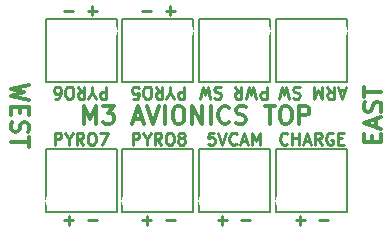
<source format=gto>
G04 #@! TF.GenerationSoftware,KiCad,Pcbnew,no-vcs-found-d3b382c~59~ubuntu16.04.1*
G04 #@! TF.CreationDate,2017-07-28T01:41:28+01:00*
G04 #@! TF.ProjectId,m3top,6D33746F702E6B696361645F70636200,rev?*
G04 #@! TF.SameCoordinates,Original
G04 #@! TF.FileFunction,Legend,Top*
G04 #@! TF.FilePolarity,Positive*
%FSLAX46Y46*%
G04 Gerber Fmt 4.6, Leading zero omitted, Abs format (unit mm)*
G04 Created by KiCad (PCBNEW no-vcs-found-d3b382c~59~ubuntu16.04.1) date Fri Jul 28 01:41:28 2017*
%MOMM*%
%LPD*%
G01*
G04 APERTURE LIST*
%ADD10C,0.250000*%
%ADD11C,0.300000*%
%ADD12C,0.150000*%
%ADD13C,1.200000*%
%ADD14C,1.600000*%
G04 APERTURE END LIST*
D10*
X98180952Y-91128571D02*
X97419047Y-91128571D01*
X97800000Y-90747619D02*
X97800000Y-91509523D01*
X96180952Y-91128571D02*
X95419047Y-91128571D01*
X91580952Y-91128571D02*
X90819047Y-91128571D01*
X91200000Y-90747619D02*
X91200000Y-91509523D01*
X89580952Y-91128571D02*
X88819047Y-91128571D01*
X108419047Y-108871428D02*
X109180952Y-108871428D01*
X108800000Y-109252380D02*
X108800000Y-108490476D01*
X110419047Y-108871428D02*
X111180952Y-108871428D01*
X101819047Y-108871428D02*
X102580952Y-108871428D01*
X102200000Y-109252380D02*
X102200000Y-108490476D01*
X103819047Y-108871428D02*
X104580952Y-108871428D01*
X88819047Y-108871428D02*
X89580952Y-108871428D01*
X89200000Y-109252380D02*
X89200000Y-108490476D01*
X90819047Y-108871428D02*
X91580952Y-108871428D01*
X95419047Y-108871428D02*
X96180952Y-108871428D01*
X95800000Y-109252380D02*
X95800000Y-108490476D01*
X97419047Y-108871428D02*
X98180952Y-108871428D01*
D11*
X90500000Y-100678571D02*
X90500000Y-99178571D01*
X91000000Y-100250000D01*
X91500000Y-99178571D01*
X91500000Y-100678571D01*
X92071428Y-99178571D02*
X93000000Y-99178571D01*
X92500000Y-99750000D01*
X92714285Y-99750000D01*
X92857142Y-99821428D01*
X92928571Y-99892857D01*
X93000000Y-100035714D01*
X93000000Y-100392857D01*
X92928571Y-100535714D01*
X92857142Y-100607142D01*
X92714285Y-100678571D01*
X92285714Y-100678571D01*
X92142857Y-100607142D01*
X92071428Y-100535714D01*
X94714285Y-100250000D02*
X95428571Y-100250000D01*
X94571428Y-100678571D02*
X95071428Y-99178571D01*
X95571428Y-100678571D01*
X95857142Y-99178571D02*
X96357142Y-100678571D01*
X96857142Y-99178571D01*
X97357142Y-100678571D02*
X97357142Y-99178571D01*
X98357142Y-99178571D02*
X98642857Y-99178571D01*
X98785714Y-99250000D01*
X98928571Y-99392857D01*
X99000000Y-99678571D01*
X99000000Y-100178571D01*
X98928571Y-100464285D01*
X98785714Y-100607142D01*
X98642857Y-100678571D01*
X98357142Y-100678571D01*
X98214285Y-100607142D01*
X98071428Y-100464285D01*
X98000000Y-100178571D01*
X98000000Y-99678571D01*
X98071428Y-99392857D01*
X98214285Y-99250000D01*
X98357142Y-99178571D01*
X99642857Y-100678571D02*
X99642857Y-99178571D01*
X100500000Y-100678571D01*
X100500000Y-99178571D01*
X101214285Y-100678571D02*
X101214285Y-99178571D01*
X102785714Y-100535714D02*
X102714285Y-100607142D01*
X102500000Y-100678571D01*
X102357142Y-100678571D01*
X102142857Y-100607142D01*
X102000000Y-100464285D01*
X101928571Y-100321428D01*
X101857142Y-100035714D01*
X101857142Y-99821428D01*
X101928571Y-99535714D01*
X102000000Y-99392857D01*
X102142857Y-99250000D01*
X102357142Y-99178571D01*
X102500000Y-99178571D01*
X102714285Y-99250000D01*
X102785714Y-99321428D01*
X103357142Y-100607142D02*
X103571428Y-100678571D01*
X103928571Y-100678571D01*
X104071428Y-100607142D01*
X104142857Y-100535714D01*
X104214285Y-100392857D01*
X104214285Y-100250000D01*
X104142857Y-100107142D01*
X104071428Y-100035714D01*
X103928571Y-99964285D01*
X103642857Y-99892857D01*
X103500000Y-99821428D01*
X103428571Y-99750000D01*
X103357142Y-99607142D01*
X103357142Y-99464285D01*
X103428571Y-99321428D01*
X103500000Y-99250000D01*
X103642857Y-99178571D01*
X104000000Y-99178571D01*
X104214285Y-99250000D01*
X105785714Y-99178571D02*
X106642857Y-99178571D01*
X106214285Y-100678571D02*
X106214285Y-99178571D01*
X107428571Y-99178571D02*
X107714285Y-99178571D01*
X107857142Y-99250000D01*
X108000000Y-99392857D01*
X108071428Y-99678571D01*
X108071428Y-100178571D01*
X108000000Y-100464285D01*
X107857142Y-100607142D01*
X107714285Y-100678571D01*
X107428571Y-100678571D01*
X107285714Y-100607142D01*
X107142857Y-100464285D01*
X107071428Y-100178571D01*
X107071428Y-99678571D01*
X107142857Y-99392857D01*
X107285714Y-99250000D01*
X107428571Y-99178571D01*
X108714285Y-100678571D02*
X108714285Y-99178571D01*
X109285714Y-99178571D01*
X109428571Y-99250000D01*
X109500000Y-99321428D01*
X109571428Y-99464285D01*
X109571428Y-99678571D01*
X109500000Y-99821428D01*
X109428571Y-99892857D01*
X109285714Y-99964285D01*
X108714285Y-99964285D01*
D10*
X112538095Y-97833333D02*
X112061904Y-97833333D01*
X112633333Y-97547619D02*
X112300000Y-98547619D01*
X111966666Y-97547619D01*
X111061904Y-97547619D02*
X111395238Y-98023809D01*
X111633333Y-97547619D02*
X111633333Y-98547619D01*
X111252380Y-98547619D01*
X111157142Y-98500000D01*
X111109523Y-98452380D01*
X111061904Y-98357142D01*
X111061904Y-98214285D01*
X111109523Y-98119047D01*
X111157142Y-98071428D01*
X111252380Y-98023809D01*
X111633333Y-98023809D01*
X110633333Y-97547619D02*
X110633333Y-98547619D01*
X110300000Y-97833333D01*
X109966666Y-98547619D01*
X109966666Y-97547619D01*
X108776190Y-97595238D02*
X108633333Y-97547619D01*
X108395238Y-97547619D01*
X108300000Y-97595238D01*
X108252380Y-97642857D01*
X108204761Y-97738095D01*
X108204761Y-97833333D01*
X108252380Y-97928571D01*
X108300000Y-97976190D01*
X108395238Y-98023809D01*
X108585714Y-98071428D01*
X108680952Y-98119047D01*
X108728571Y-98166666D01*
X108776190Y-98261904D01*
X108776190Y-98357142D01*
X108728571Y-98452380D01*
X108680952Y-98500000D01*
X108585714Y-98547619D01*
X108347619Y-98547619D01*
X108204761Y-98500000D01*
X107871428Y-98547619D02*
X107633333Y-97547619D01*
X107442857Y-98261904D01*
X107252380Y-97547619D01*
X107014285Y-98547619D01*
X105961904Y-97547619D02*
X105961904Y-98547619D01*
X105580952Y-98547619D01*
X105485714Y-98500000D01*
X105438095Y-98452380D01*
X105390476Y-98357142D01*
X105390476Y-98214285D01*
X105438095Y-98119047D01*
X105485714Y-98071428D01*
X105580952Y-98023809D01*
X105961904Y-98023809D01*
X105057142Y-98547619D02*
X104819047Y-97547619D01*
X104628571Y-98261904D01*
X104438095Y-97547619D01*
X104200000Y-98547619D01*
X103247619Y-97547619D02*
X103580952Y-98023809D01*
X103819047Y-97547619D02*
X103819047Y-98547619D01*
X103438095Y-98547619D01*
X103342857Y-98500000D01*
X103295238Y-98452380D01*
X103247619Y-98357142D01*
X103247619Y-98214285D01*
X103295238Y-98119047D01*
X103342857Y-98071428D01*
X103438095Y-98023809D01*
X103819047Y-98023809D01*
X102104761Y-97595238D02*
X101961904Y-97547619D01*
X101723809Y-97547619D01*
X101628571Y-97595238D01*
X101580952Y-97642857D01*
X101533333Y-97738095D01*
X101533333Y-97833333D01*
X101580952Y-97928571D01*
X101628571Y-97976190D01*
X101723809Y-98023809D01*
X101914285Y-98071428D01*
X102009523Y-98119047D01*
X102057142Y-98166666D01*
X102104761Y-98261904D01*
X102104761Y-98357142D01*
X102057142Y-98452380D01*
X102009523Y-98500000D01*
X101914285Y-98547619D01*
X101676190Y-98547619D01*
X101533333Y-98500000D01*
X101200000Y-98547619D02*
X100961904Y-97547619D01*
X100771428Y-98261904D01*
X100580952Y-97547619D01*
X100342857Y-98547619D01*
X98990476Y-97547619D02*
X98990476Y-98547619D01*
X98609523Y-98547619D01*
X98514285Y-98500000D01*
X98466666Y-98452380D01*
X98419047Y-98357142D01*
X98419047Y-98214285D01*
X98466666Y-98119047D01*
X98514285Y-98071428D01*
X98609523Y-98023809D01*
X98990476Y-98023809D01*
X97800000Y-98023809D02*
X97800000Y-97547619D01*
X98133333Y-98547619D02*
X97800000Y-98023809D01*
X97466666Y-98547619D01*
X96561904Y-97547619D02*
X96895238Y-98023809D01*
X97133333Y-97547619D02*
X97133333Y-98547619D01*
X96752380Y-98547619D01*
X96657142Y-98500000D01*
X96609523Y-98452380D01*
X96561904Y-98357142D01*
X96561904Y-98214285D01*
X96609523Y-98119047D01*
X96657142Y-98071428D01*
X96752380Y-98023809D01*
X97133333Y-98023809D01*
X95942857Y-98547619D02*
X95752380Y-98547619D01*
X95657142Y-98500000D01*
X95561904Y-98404761D01*
X95514285Y-98214285D01*
X95514285Y-97880952D01*
X95561904Y-97690476D01*
X95657142Y-97595238D01*
X95752380Y-97547619D01*
X95942857Y-97547619D01*
X96038095Y-97595238D01*
X96133333Y-97690476D01*
X96180952Y-97880952D01*
X96180952Y-98214285D01*
X96133333Y-98404761D01*
X96038095Y-98500000D01*
X95942857Y-98547619D01*
X94609523Y-98547619D02*
X95085714Y-98547619D01*
X95133333Y-98071428D01*
X95085714Y-98119047D01*
X94990476Y-98166666D01*
X94752380Y-98166666D01*
X94657142Y-98119047D01*
X94609523Y-98071428D01*
X94561904Y-97976190D01*
X94561904Y-97738095D01*
X94609523Y-97642857D01*
X94657142Y-97595238D01*
X94752380Y-97547619D01*
X94990476Y-97547619D01*
X95085714Y-97595238D01*
X95133333Y-97642857D01*
X92390476Y-97547619D02*
X92390476Y-98547619D01*
X92009523Y-98547619D01*
X91914285Y-98500000D01*
X91866666Y-98452380D01*
X91819047Y-98357142D01*
X91819047Y-98214285D01*
X91866666Y-98119047D01*
X91914285Y-98071428D01*
X92009523Y-98023809D01*
X92390476Y-98023809D01*
X91200000Y-98023809D02*
X91200000Y-97547619D01*
X91533333Y-98547619D02*
X91200000Y-98023809D01*
X90866666Y-98547619D01*
X89961904Y-97547619D02*
X90295238Y-98023809D01*
X90533333Y-97547619D02*
X90533333Y-98547619D01*
X90152380Y-98547619D01*
X90057142Y-98500000D01*
X90009523Y-98452380D01*
X89961904Y-98357142D01*
X89961904Y-98214285D01*
X90009523Y-98119047D01*
X90057142Y-98071428D01*
X90152380Y-98023809D01*
X90533333Y-98023809D01*
X89342857Y-98547619D02*
X89152380Y-98547619D01*
X89057142Y-98500000D01*
X88961904Y-98404761D01*
X88914285Y-98214285D01*
X88914285Y-97880952D01*
X88961904Y-97690476D01*
X89057142Y-97595238D01*
X89152380Y-97547619D01*
X89342857Y-97547619D01*
X89438095Y-97595238D01*
X89533333Y-97690476D01*
X89580952Y-97880952D01*
X89580952Y-98214285D01*
X89533333Y-98404761D01*
X89438095Y-98500000D01*
X89342857Y-98547619D01*
X88057142Y-98547619D02*
X88247619Y-98547619D01*
X88342857Y-98500000D01*
X88390476Y-98452380D01*
X88485714Y-98309523D01*
X88533333Y-98119047D01*
X88533333Y-97738095D01*
X88485714Y-97642857D01*
X88438095Y-97595238D01*
X88342857Y-97547619D01*
X88152380Y-97547619D01*
X88057142Y-97595238D01*
X88009523Y-97642857D01*
X87961904Y-97738095D01*
X87961904Y-97976190D01*
X88009523Y-98071428D01*
X88057142Y-98119047D01*
X88152380Y-98166666D01*
X88342857Y-98166666D01*
X88438095Y-98119047D01*
X88485714Y-98071428D01*
X88533333Y-97976190D01*
X107704761Y-102357142D02*
X107657142Y-102404761D01*
X107514285Y-102452380D01*
X107419047Y-102452380D01*
X107276190Y-102404761D01*
X107180952Y-102309523D01*
X107133333Y-102214285D01*
X107085714Y-102023809D01*
X107085714Y-101880952D01*
X107133333Y-101690476D01*
X107180952Y-101595238D01*
X107276190Y-101500000D01*
X107419047Y-101452380D01*
X107514285Y-101452380D01*
X107657142Y-101500000D01*
X107704761Y-101547619D01*
X108133333Y-102452380D02*
X108133333Y-101452380D01*
X108133333Y-101928571D02*
X108704761Y-101928571D01*
X108704761Y-102452380D02*
X108704761Y-101452380D01*
X109133333Y-102166666D02*
X109609523Y-102166666D01*
X109038095Y-102452380D02*
X109371428Y-101452380D01*
X109704761Y-102452380D01*
X110609523Y-102452380D02*
X110276190Y-101976190D01*
X110038095Y-102452380D02*
X110038095Y-101452380D01*
X110419047Y-101452380D01*
X110514285Y-101500000D01*
X110561904Y-101547619D01*
X110609523Y-101642857D01*
X110609523Y-101785714D01*
X110561904Y-101880952D01*
X110514285Y-101928571D01*
X110419047Y-101976190D01*
X110038095Y-101976190D01*
X111561904Y-101500000D02*
X111466666Y-101452380D01*
X111323809Y-101452380D01*
X111180952Y-101500000D01*
X111085714Y-101595238D01*
X111038095Y-101690476D01*
X110990476Y-101880952D01*
X110990476Y-102023809D01*
X111038095Y-102214285D01*
X111085714Y-102309523D01*
X111180952Y-102404761D01*
X111323809Y-102452380D01*
X111419047Y-102452380D01*
X111561904Y-102404761D01*
X111609523Y-102357142D01*
X111609523Y-102023809D01*
X111419047Y-102023809D01*
X112038095Y-101928571D02*
X112371428Y-101928571D01*
X112514285Y-102452380D02*
X112038095Y-102452380D01*
X112038095Y-101452380D01*
X112514285Y-101452380D01*
X101509523Y-101452380D02*
X101033333Y-101452380D01*
X100985714Y-101928571D01*
X101033333Y-101880952D01*
X101128571Y-101833333D01*
X101366666Y-101833333D01*
X101461904Y-101880952D01*
X101509523Y-101928571D01*
X101557142Y-102023809D01*
X101557142Y-102261904D01*
X101509523Y-102357142D01*
X101461904Y-102404761D01*
X101366666Y-102452380D01*
X101128571Y-102452380D01*
X101033333Y-102404761D01*
X100985714Y-102357142D01*
X101842857Y-101452380D02*
X102176190Y-102452380D01*
X102509523Y-101452380D01*
X103414285Y-102357142D02*
X103366666Y-102404761D01*
X103223809Y-102452380D01*
X103128571Y-102452380D01*
X102985714Y-102404761D01*
X102890476Y-102309523D01*
X102842857Y-102214285D01*
X102795238Y-102023809D01*
X102795238Y-101880952D01*
X102842857Y-101690476D01*
X102890476Y-101595238D01*
X102985714Y-101500000D01*
X103128571Y-101452380D01*
X103223809Y-101452380D01*
X103366666Y-101500000D01*
X103414285Y-101547619D01*
X103795238Y-102166666D02*
X104271428Y-102166666D01*
X103700000Y-102452380D02*
X104033333Y-101452380D01*
X104366666Y-102452380D01*
X104700000Y-102452380D02*
X104700000Y-101452380D01*
X105033333Y-102166666D01*
X105366666Y-101452380D01*
X105366666Y-102452380D01*
X94609523Y-102452380D02*
X94609523Y-101452380D01*
X94990476Y-101452380D01*
X95085714Y-101500000D01*
X95133333Y-101547619D01*
X95180952Y-101642857D01*
X95180952Y-101785714D01*
X95133333Y-101880952D01*
X95085714Y-101928571D01*
X94990476Y-101976190D01*
X94609523Y-101976190D01*
X95800000Y-101976190D02*
X95800000Y-102452380D01*
X95466666Y-101452380D02*
X95800000Y-101976190D01*
X96133333Y-101452380D01*
X97038095Y-102452380D02*
X96704761Y-101976190D01*
X96466666Y-102452380D02*
X96466666Y-101452380D01*
X96847619Y-101452380D01*
X96942857Y-101500000D01*
X96990476Y-101547619D01*
X97038095Y-101642857D01*
X97038095Y-101785714D01*
X96990476Y-101880952D01*
X96942857Y-101928571D01*
X96847619Y-101976190D01*
X96466666Y-101976190D01*
X97657142Y-101452380D02*
X97847619Y-101452380D01*
X97942857Y-101500000D01*
X98038095Y-101595238D01*
X98085714Y-101785714D01*
X98085714Y-102119047D01*
X98038095Y-102309523D01*
X97942857Y-102404761D01*
X97847619Y-102452380D01*
X97657142Y-102452380D01*
X97561904Y-102404761D01*
X97466666Y-102309523D01*
X97419047Y-102119047D01*
X97419047Y-101785714D01*
X97466666Y-101595238D01*
X97561904Y-101500000D01*
X97657142Y-101452380D01*
X98657142Y-101880952D02*
X98561904Y-101833333D01*
X98514285Y-101785714D01*
X98466666Y-101690476D01*
X98466666Y-101642857D01*
X98514285Y-101547619D01*
X98561904Y-101500000D01*
X98657142Y-101452380D01*
X98847619Y-101452380D01*
X98942857Y-101500000D01*
X98990476Y-101547619D01*
X99038095Y-101642857D01*
X99038095Y-101690476D01*
X98990476Y-101785714D01*
X98942857Y-101833333D01*
X98847619Y-101880952D01*
X98657142Y-101880952D01*
X98561904Y-101928571D01*
X98514285Y-101976190D01*
X98466666Y-102071428D01*
X98466666Y-102261904D01*
X98514285Y-102357142D01*
X98561904Y-102404761D01*
X98657142Y-102452380D01*
X98847619Y-102452380D01*
X98942857Y-102404761D01*
X98990476Y-102357142D01*
X99038095Y-102261904D01*
X99038095Y-102071428D01*
X98990476Y-101976190D01*
X98942857Y-101928571D01*
X98847619Y-101880952D01*
X88009523Y-102452380D02*
X88009523Y-101452380D01*
X88390476Y-101452380D01*
X88485714Y-101500000D01*
X88533333Y-101547619D01*
X88580952Y-101642857D01*
X88580952Y-101785714D01*
X88533333Y-101880952D01*
X88485714Y-101928571D01*
X88390476Y-101976190D01*
X88009523Y-101976190D01*
X89200000Y-101976190D02*
X89200000Y-102452380D01*
X88866666Y-101452380D02*
X89200000Y-101976190D01*
X89533333Y-101452380D01*
X90438095Y-102452380D02*
X90104761Y-101976190D01*
X89866666Y-102452380D02*
X89866666Y-101452380D01*
X90247619Y-101452380D01*
X90342857Y-101500000D01*
X90390476Y-101547619D01*
X90438095Y-101642857D01*
X90438095Y-101785714D01*
X90390476Y-101880952D01*
X90342857Y-101928571D01*
X90247619Y-101976190D01*
X89866666Y-101976190D01*
X91057142Y-101452380D02*
X91247619Y-101452380D01*
X91342857Y-101500000D01*
X91438095Y-101595238D01*
X91485714Y-101785714D01*
X91485714Y-102119047D01*
X91438095Y-102309523D01*
X91342857Y-102404761D01*
X91247619Y-102452380D01*
X91057142Y-102452380D01*
X90961904Y-102404761D01*
X90866666Y-102309523D01*
X90819047Y-102119047D01*
X90819047Y-101785714D01*
X90866666Y-101595238D01*
X90961904Y-101500000D01*
X91057142Y-101452380D01*
X91819047Y-101452380D02*
X92485714Y-101452380D01*
X92057142Y-102452380D01*
D11*
X85821428Y-97392857D02*
X84321428Y-97750000D01*
X85392857Y-98035714D01*
X84321428Y-98321428D01*
X85821428Y-98678571D01*
X85107142Y-99250000D02*
X85107142Y-99750000D01*
X84321428Y-99964285D02*
X84321428Y-99250000D01*
X85821428Y-99250000D01*
X85821428Y-99964285D01*
X84392857Y-100535714D02*
X84321428Y-100750000D01*
X84321428Y-101107142D01*
X84392857Y-101250000D01*
X84464285Y-101321428D01*
X84607142Y-101392857D01*
X84750000Y-101392857D01*
X84892857Y-101321428D01*
X84964285Y-101250000D01*
X85035714Y-101107142D01*
X85107142Y-100821428D01*
X85178571Y-100678571D01*
X85250000Y-100607142D01*
X85392857Y-100535714D01*
X85535714Y-100535714D01*
X85678571Y-100607142D01*
X85750000Y-100678571D01*
X85821428Y-100821428D01*
X85821428Y-101178571D01*
X85750000Y-101392857D01*
X85821428Y-101821428D02*
X85821428Y-102678571D01*
X84321428Y-102250000D02*
X85821428Y-102250000D01*
X114892857Y-102250000D02*
X114892857Y-101750000D01*
X115678571Y-101535714D02*
X115678571Y-102250000D01*
X114178571Y-102250000D01*
X114178571Y-101535714D01*
X115250000Y-100964285D02*
X115250000Y-100250000D01*
X115678571Y-101107142D02*
X114178571Y-100607142D01*
X115678571Y-100107142D01*
X115607142Y-99678571D02*
X115678571Y-99464285D01*
X115678571Y-99107142D01*
X115607142Y-98964285D01*
X115535714Y-98892857D01*
X115392857Y-98821428D01*
X115250000Y-98821428D01*
X115107142Y-98892857D01*
X115035714Y-98964285D01*
X114964285Y-99107142D01*
X114892857Y-99392857D01*
X114821428Y-99535714D01*
X114750000Y-99607142D01*
X114607142Y-99678571D01*
X114464285Y-99678571D01*
X114321428Y-99607142D01*
X114250000Y-99535714D01*
X114178571Y-99392857D01*
X114178571Y-99035714D01*
X114250000Y-98821428D01*
X114178571Y-98392857D02*
X114178571Y-97535714D01*
X115678571Y-97964285D02*
X114178571Y-97964285D01*
D12*
X112750000Y-108150000D02*
X106750000Y-108150000D01*
X106750000Y-108150000D02*
X106750000Y-102850000D01*
X106750000Y-102850000D02*
X112750000Y-102850000D01*
X112750000Y-102850000D02*
X112750000Y-108150000D01*
X100250000Y-97150000D02*
X100250000Y-91850000D01*
X106250000Y-97150000D02*
X100250000Y-97150000D01*
X106250000Y-91850000D02*
X106250000Y-97150000D01*
X100250000Y-91850000D02*
X106250000Y-91850000D01*
X106750000Y-91850000D02*
X112750000Y-91850000D01*
X112750000Y-91850000D02*
X112750000Y-97150000D01*
X112750000Y-97150000D02*
X106750000Y-97150000D01*
X106750000Y-97150000D02*
X106750000Y-91850000D01*
X106250000Y-108150000D02*
X100250000Y-108150000D01*
X100250000Y-108150000D02*
X100250000Y-102850000D01*
X100250000Y-102850000D02*
X106250000Y-102850000D01*
X106250000Y-102850000D02*
X106250000Y-108150000D01*
X99750000Y-102850000D02*
X99750000Y-108150000D01*
X93750000Y-102850000D02*
X99750000Y-102850000D01*
X93750000Y-108150000D02*
X93750000Y-102850000D01*
X99750000Y-108150000D02*
X93750000Y-108150000D01*
X93250000Y-108150000D02*
X87250000Y-108150000D01*
X87250000Y-108150000D02*
X87250000Y-102850000D01*
X87250000Y-102850000D02*
X93250000Y-102850000D01*
X93250000Y-102850000D02*
X93250000Y-108150000D01*
X87250000Y-97150000D02*
X87250000Y-91850000D01*
X93250000Y-97150000D02*
X87250000Y-97150000D01*
X93250000Y-91850000D02*
X93250000Y-97150000D01*
X87250000Y-91850000D02*
X93250000Y-91850000D01*
X93750000Y-91850000D02*
X99750000Y-91850000D01*
X99750000Y-91850000D02*
X99750000Y-97150000D01*
X99750000Y-97150000D02*
X93750000Y-97150000D01*
X93750000Y-97150000D02*
X93750000Y-91850000D01*
%LPC*%
D13*
X107250000Y-107200000D03*
D14*
X108750000Y-105500000D03*
X110750000Y-105500000D03*
X102250000Y-94500000D03*
X104250000Y-94500000D03*
D13*
X105750000Y-92800000D03*
X112250000Y-92800000D03*
D14*
X110750000Y-94500000D03*
X108750000Y-94500000D03*
D13*
X100750000Y-107200000D03*
D14*
X102250000Y-105500000D03*
X104250000Y-105500000D03*
X97750000Y-105500000D03*
X95750000Y-105500000D03*
D13*
X94250000Y-107200000D03*
X87750000Y-107200000D03*
D14*
X89250000Y-105500000D03*
X91250000Y-105500000D03*
X89250000Y-94500000D03*
X91250000Y-94500000D03*
D13*
X92750000Y-92800000D03*
X99250000Y-92800000D03*
D14*
X97750000Y-94500000D03*
X95750000Y-94500000D03*
D13*
X115000000Y-92695000D03*
X115000000Y-107305000D03*
X85000000Y-107305000D03*
X85000000Y-92695000D03*
M02*

</source>
